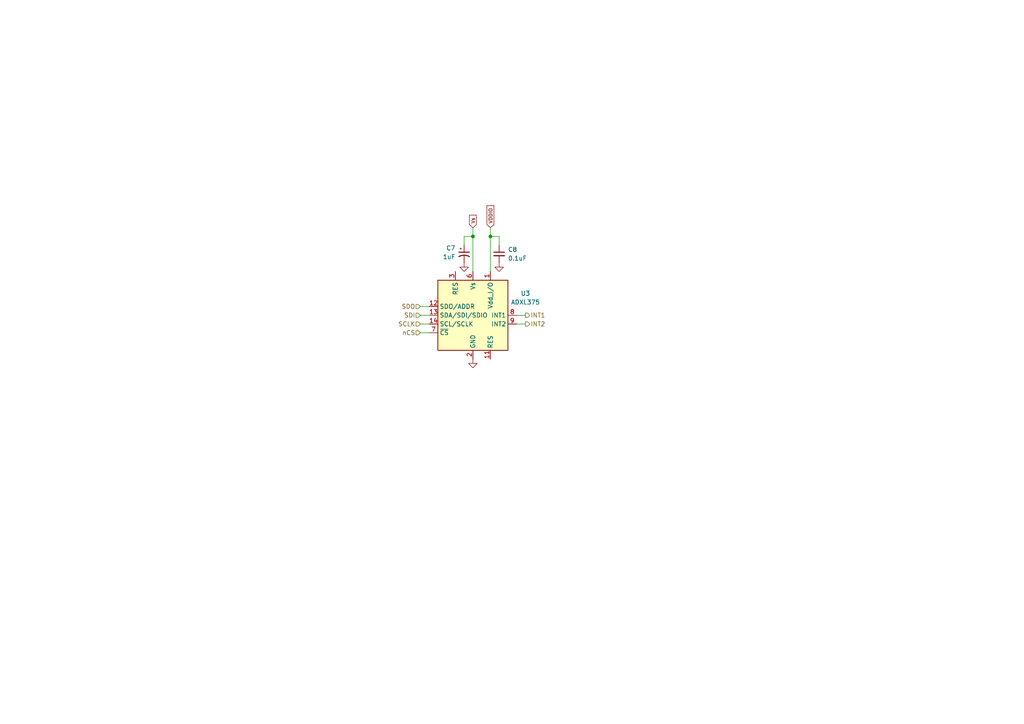
<source format=kicad_sch>
(kicad_sch (version 20231120) (generator "eeschema") (generator_version "8.0")
  (paper "A4")
  (lib_symbols
    (symbol "Device:C_Polarized_Small_US" (pin_numbers hide) (pin_names (offset 0.254) hide)
      (property "Reference" "C" (at 0.254 1.778 0))
      (property "Value" "C_Polarized_Small_US" (at 0.254 -2.032 0))
      (symbol "C_Polarized_Small_US_0_1"
        (polyline (pts (xy -1.524 0.508) (xy 1.524 0.508)) (stroke (width 0.3048)))
        (polyline (pts (xy -1.27 1.524) (xy -0.762 1.524)))
        (polyline (pts (xy -1.016 1.27) (xy -1.016 1.778)))
        (arc (start 1.524 -0.762) (mid 0 -0.3734) (end -1.524 -0.762) (stroke (width 0.3048)))
      )
      (symbol "C_Polarized_Small_US_1_1"
        (pin passive line (at 0 2.54 270) (length 2.032) (name "~") (number "1"))
        (pin passive line (at 0 -2.54 90) (length 2.032) (name "~") (number "2"))
      )
    )
    (symbol "Device:C_Small" (pin_numbers hide) (pin_names (offset 0.254) hide)
      (property "Reference" "C" (at 0.254 1.778 0))
      (property "Value" "C_Small" (at 0.254 -2.032 0))
      (symbol "C_Small_0_1"
        (polyline (pts (xy -1.524 -0.508) (xy 1.524 -0.508)) (stroke (width 0.3302)))
        (polyline (pts (xy -1.524 0.508) (xy 1.524 0.508)) (stroke (width 0.3048)))
      )
      (symbol "C_Small_1_1"
        (pin passive line (at 0 2.54 270) (length 2.032) (name "~") (number "1"))
        (pin passive line (at 0 -2.54 90) (length 2.032) (name "~") (number "2"))
      )
    )
    (symbol "Sensor_Motion:ADXL343"
      (property "Reference" "U" (at -8.89 11.43 0))
      (property "Value" "ADXL343" (at -7.62 -11.43 0))
      (symbol "ADXL343_0_1"
        (rectangle (start -10.16 10.16) (end 10.16 -10.16) (stroke (width 0.254)) (fill (type background)))
      )
      (symbol "ADXL343_1_1"
        (pin power_in line (at 5.08 12.7 270) (length 2.54) (name "Vdd_I/O") (number "1"))
        (pin no_connect line (at -5.08 -10.16 90) (length 2.54) hide (name "NC") (number "10"))
        (pin passive line (at 5.08 -12.7 90) (length 2.54) (name "RES") (number "11"))
        (pin bidirectional line (at -12.7 2.54 0) (length 2.54) (name "SDO/ADDR") (number "12"))
        (pin bidirectional line (at -12.7 0 0) (length 2.54) (name "SDA/SDI/SDIO") (number "13"))
        (pin input line (at -12.7 -2.54 0) (length 2.54) (name "SCL/SCLK") (number "14"))
        (pin power_in line (at 0 -12.7 90) (length 2.54) (name "GND") (number "2"))
        (pin passive line (at -5.08 12.7 270) (length 2.54) (name "RES") (number "3"))
        (pin passive line (at 0 -12.7 90) (length 2.54) hide (name "GND") (number "4"))
        (pin passive line (at 0 -12.7 90) (length 2.54) hide (name "GND") (number "5"))
        (pin power_in line (at 0 12.7 270) (length 2.54) (name "Vs") (number "6"))
        (pin input line (at -12.7 -5.08 0) (length 2.54) (name "~{CS}") (number "7"))
        (pin output line (at 12.7 0 180) (length 2.54) (name "INT1") (number "8"))
        (pin output line (at 12.7 -2.54 180) (length 2.54) (name "INT2") (number "9"))
      )
    )
    (symbol "power:GND" (power) (pin_numbers hide) (pin_names (offset 0) hide)
      (property "Value" "GND" (at 0 -3.81 0))
      (symbol "GND_0_1"
        (polyline (pts (xy 0 0) (xy 0 -1.27) (xy 1.27 -1.27) (xy 0 -2.54) (xy -1.27 -1.27) (xy 0 -1.27)))
      )
      (symbol "GND_1_1"
        (pin power_in line (at 0 0 270) (length 0) (name "~") (number "1"))
      )
    )
  )
  (junction (at 142.24 68.58))
  (junction (at 137.16 68.58))
  (wire (pts (xy 142.24 66.04) (xy 142.24 68.58)))
  (wire (pts (xy 121.92 96.52) (xy 124.46 96.52)))
  (wire (pts (xy 149.86 91.44) (xy 152.4 91.44)))
  (wire (pts (xy 121.92 91.44) (xy 124.46 91.44)))
  (wire (pts (xy 137.16 68.58) (xy 137.16 78.74)))
  (wire (pts (xy 149.86 93.98) (xy 152.4 93.98)))
  (wire (pts (xy 144.78 68.58) (xy 144.78 71.12)))
  (wire (pts (xy 121.92 93.98) (xy 124.46 93.98)))
  (wire (pts (xy 142.24 68.58) (xy 144.78 68.58)))
  (wire (pts (xy 134.62 71.12) (xy 134.62 68.58)))
  (wire (pts (xy 121.92 88.9) (xy 124.46 88.9)))
  (wire (pts (xy 137.16 66.04) (xy 137.16 68.58)))
  (wire (pts (xy 142.24 68.58) (xy 142.24 78.74)))
  (wire (pts (xy 134.62 68.58) (xy 137.16 68.58)))
  (global_label "Vs" (shape input) (at 137.16 66.04 90) (effects (font (size 1.016 1.016))) (property "Intersheetrefs" "${INTERSHEET_REFS}" (effects (hide yes))))
  (global_label "VDDIO" (shape input) (at 142.24 66.04 90) (effects (font (size 1.016 1.016))) (property "Intersheetrefs" "${INTERSHEET_REFS}" (effects (hide yes))))
  (hierarchical_label "SDI" (shape input) (at 121.92 91.44 180))
  (hierarchical_label "SCLK" (shape input) (at 121.92 93.98 180))
  (hierarchical_label "nCS" (shape input) (at 121.92 96.52 180))
  (hierarchical_label "SDO" (shape input) (at 121.92 88.9 180))
  (hierarchical_label "INT1" (shape output) (at 152.4 91.44 0))
  (hierarchical_label "INT2" (shape output) (at 152.4 93.98 0))
  (symbol (lib_id "power:GND") (at 134.62 76.2 0) (unit 1)
    (property "Reference" "#PWR012" (effects (hide yes)))
    (property "Value" "GND" (effects (hide yes)))
    (property "Description" "Power symbol creates a global label with name \"GND\" , ground" (effects (hide yes)))
  )
  (symbol (lib_id "power:GND") (at 144.78 76.2 0) (unit 1)
    (property "Reference" "#PWR011" (effects (hide yes)))
    (property "Value" "GND" (effects (hide yes)))
    (property "Description" "Power symbol creates a global label with name \"GND\" , ground" (effects (hide yes)))
  )
  (symbol (lib_id "Device:C_Small") (at 144.78 73.66 0) (unit 1)
    (property "Reference" "C8" (at 147.32 72.3962 0) (effects (justify left)))
    (property "Value" "0.1uF" (at 147.32 74.9362 0) (effects (justify left)))
    (property "Description" "Unpolarized capacitor, small symbol" (effects (hide yes)))
  )
  (symbol (lib_id "Sensor_Motion:ADXL343") (at 137.16 91.44 0) (unit 1)
    (property "Reference" "U3" (at 152.4 85.1214 0))
    (property "Value" "ADXL375" (at 152.4 87.6614 0))
    (property "Footprint" "Package_LGA:LGA-14_3x5mm_P0.8mm_LayoutBorder1x6y" (effects (hide yes)))
    (property "Datasheet" "https://www.analog.com/media/en/technical-documentation/data-sheets/ADXL343.pdf" (effects (hide yes)))
    (property "Description" "3-Axis MEMS Accelerometer, 2/4/8/16g range, I2C/SPI, LGA-14" (effects (hide yes)))
  )
  (symbol (lib_id "power:GND") (at 137.16 104.14 0) (unit 1)
    (property "Reference" "#PWR013" (effects (hide yes)))
    (property "Value" "GND" (effects (hide yes)))
    (property "Description" "Power symbol creates a global label with name \"GND\" , ground" (effects (hide yes)))
  )
  (symbol (lib_id "Device:C_Polarized_Small_US") (at 134.62 73.66 0) (unit 1)
    (property "Reference" "C7" (at 132.08 71.9581 0) (effects (justify right)))
    (property "Value" "1uF" (at 132.08 74.4981 0) (effects (justify right)))
    (property "Description" "Polarized capacitor, small US symbol" (effects (hide yes)))
  )
)
</source>
